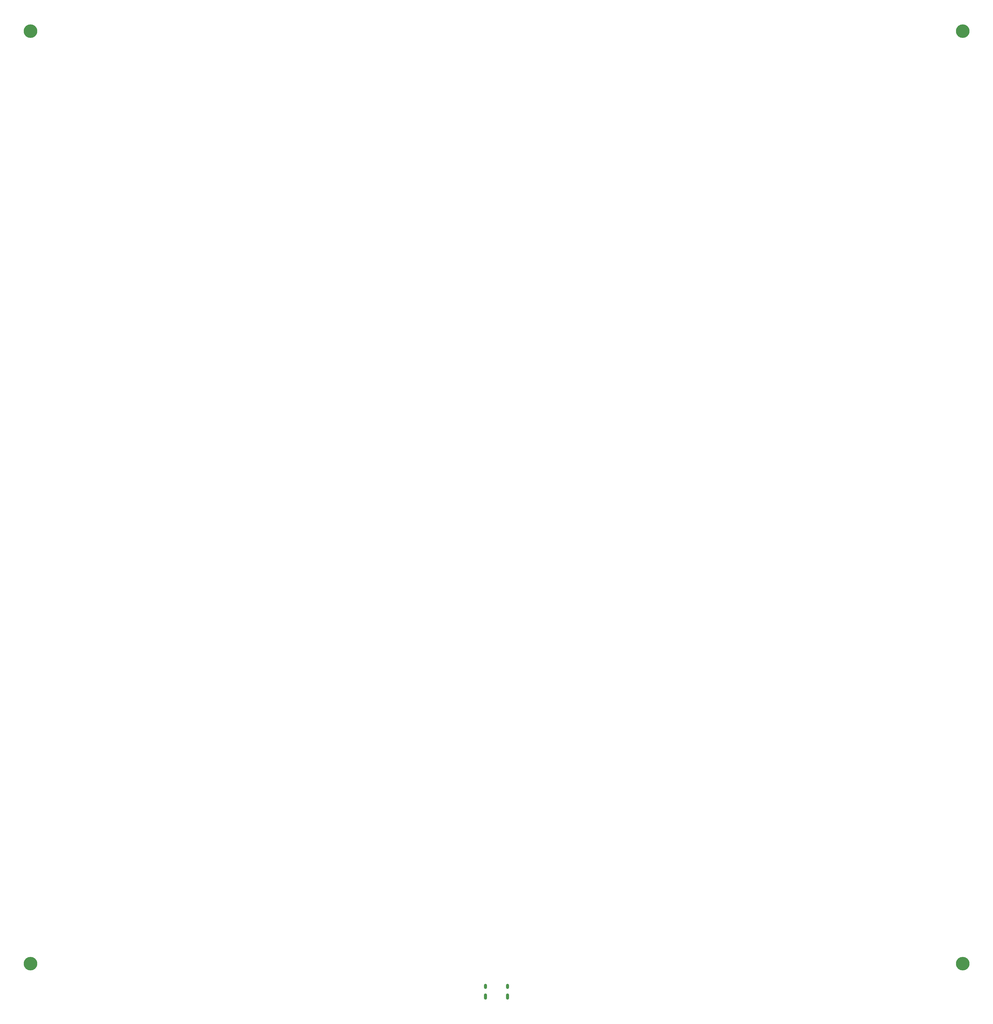
<source format=gbs>
G04*
G04 #@! TF.GenerationSoftware,Altium Limited,Altium Designer,23.0.1 (38)*
G04*
G04 Layer_Color=16711935*
%FSLAX44Y44*%
%MOMM*%
G71*
G04*
G04 #@! TF.SameCoordinates,91F4A6FA-0939-4DC5-AEF7-812B851DF4A5*
G04*
G04*
G04 #@! TF.FilePolarity,Negative*
G04*
G01*
G75*
%ADD36O,1.2032X2.4032*%
%ADD37O,1.2032X2.0032*%
%ADD38C,5.3032*%
D36*
X2018200Y21251D02*
D03*
X1931800D02*
D03*
D37*
X2018200Y61251D02*
D03*
X1931800D02*
D03*
D38*
X3800000Y150000D02*
D03*
Y3800000D02*
D03*
X150000D02*
D03*
Y150000D02*
D03*
M02*

</source>
